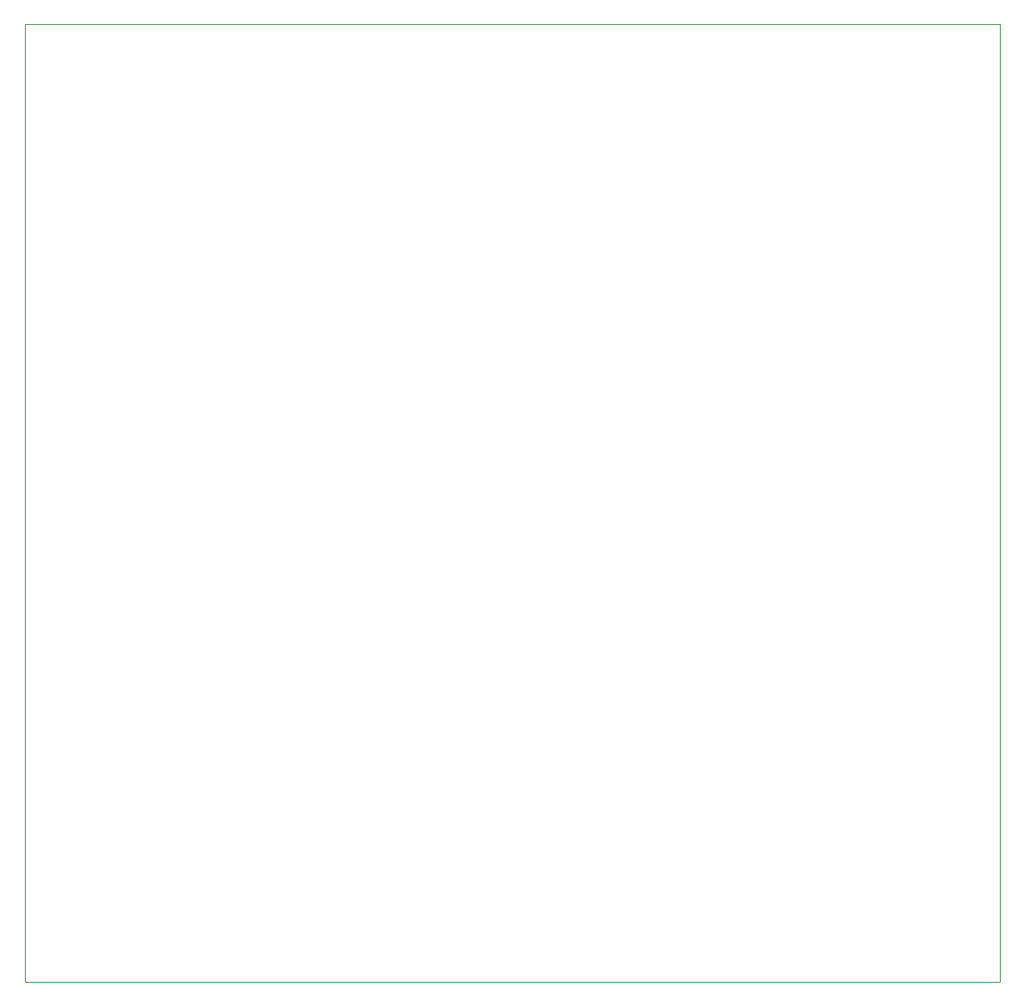
<source format=gbr>
%TF.GenerationSoftware,KiCad,Pcbnew,8.0.8*%
%TF.CreationDate,2025-02-16T20:36:26+13:00*%
%TF.ProjectId,hackpad,6861636b-7061-4642-9e6b-696361645f70,rev?*%
%TF.SameCoordinates,Original*%
%TF.FileFunction,Profile,NP*%
%FSLAX46Y46*%
G04 Gerber Fmt 4.6, Leading zero omitted, Abs format (unit mm)*
G04 Created by KiCad (PCBNEW 8.0.8) date 2025-02-16 20:36:26*
%MOMM*%
%LPD*%
G01*
G04 APERTURE LIST*
%TA.AperFunction,Profile*%
%ADD10C,0.050000*%
%TD*%
G04 APERTURE END LIST*
D10*
X97992520Y-46827550D02*
X197297066Y-46827550D01*
X197297066Y-144440050D01*
X97992520Y-144440050D01*
X97992520Y-46827550D01*
M02*

</source>
